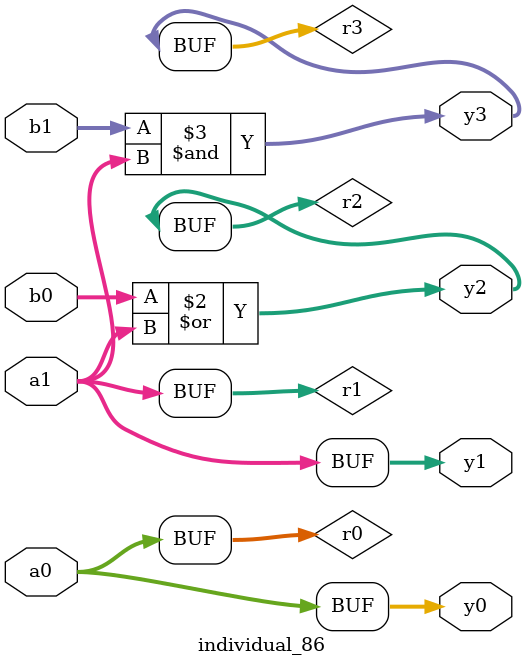
<source format=sv>
module individual_86(input logic [15:0] a1, input logic [15:0] a0, input logic [15:0] b1, input logic [15:0] b0, output logic [15:0] y3, output logic [15:0] y2, output logic [15:0] y1, output logic [15:0] y0);
logic [15:0] r0, r1, r2, r3;  always@(*) begin 	 r0 = a0; r1 = a1; r2 = b0; r3 = b1;  	 r2  |=  a1 ; 	 r3  &=  a1 ; 	 y3 = r3; y2 = r2; y1 = r1; y0 = r0; end
endmodule
</source>
